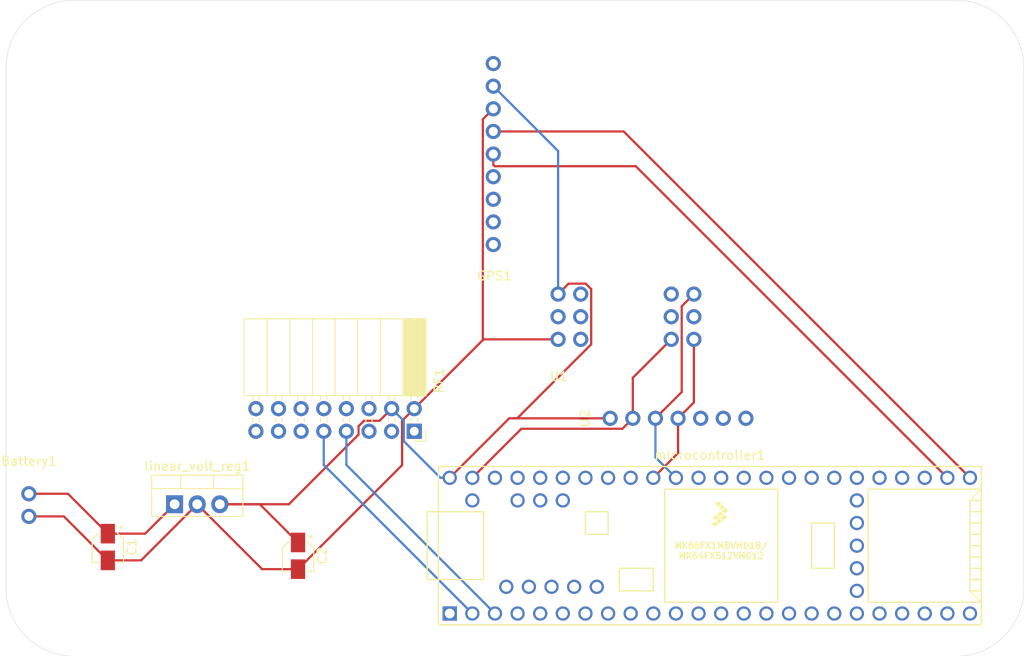
<source format=kicad_pcb>
(kicad_pcb (version 20171130) (host pcbnew "(5.1.9-0-10_14)")

  (general
    (thickness 1.6)
    (drawings 8)
    (tracks 65)
    (zones 0)
    (modules 9)
    (nets 87)
  )

  (page A4)
  (layers
    (0 F.Cu signal)
    (31 B.Cu signal)
    (32 B.Adhes user)
    (33 F.Adhes user)
    (34 B.Paste user)
    (35 F.Paste user)
    (36 B.SilkS user)
    (37 F.SilkS user)
    (38 B.Mask user)
    (39 F.Mask user)
    (40 Dwgs.User user)
    (41 Cmts.User user)
    (42 Eco1.User user)
    (43 Eco2.User user)
    (44 Edge.Cuts user)
    (45 Margin user)
    (46 B.CrtYd user)
    (47 F.CrtYd user)
    (48 B.Fab user)
    (49 F.Fab user)
  )

  (setup
    (last_trace_width 0.25)
    (trace_clearance 0.2)
    (zone_clearance 0.508)
    (zone_45_only no)
    (trace_min 0.2)
    (via_size 0.8)
    (via_drill 0.4)
    (via_min_size 0.4)
    (via_min_drill 0.3)
    (uvia_size 0.3)
    (uvia_drill 0.1)
    (uvias_allowed no)
    (uvia_min_size 0.2)
    (uvia_min_drill 0.1)
    (edge_width 0.05)
    (segment_width 0.2)
    (pcb_text_width 0.3)
    (pcb_text_size 1.5 1.5)
    (mod_edge_width 0.12)
    (mod_text_size 1 1)
    (mod_text_width 0.15)
    (pad_size 1.524 1.524)
    (pad_drill 0.762)
    (pad_to_mask_clearance 0)
    (aux_axis_origin 0 0)
    (visible_elements FFFFFF7F)
    (pcbplotparams
      (layerselection 0x010fc_ffffffff)
      (usegerberextensions false)
      (usegerberattributes true)
      (usegerberadvancedattributes true)
      (creategerberjobfile true)
      (excludeedgelayer true)
      (linewidth 0.100000)
      (plotframeref false)
      (viasonmask false)
      (mode 1)
      (useauxorigin false)
      (hpglpennumber 1)
      (hpglpenspeed 20)
      (hpglpendiameter 15.000000)
      (psnegative false)
      (psa4output false)
      (plotreference true)
      (plotvalue true)
      (plotinvisibletext false)
      (padsonsilk false)
      (subtractmaskfromsilk false)
      (outputformat 1)
      (mirror false)
      (drillshape 1)
      (scaleselection 1)
      (outputdirectory ""))
  )

  (net 0 "")
  (net 1 "Net-(Battery1-Pad2)")
  (net 2 "Net-(Battery1-Pad1)")
  (net 3 "Net-(C2-Pad1)")
  (net 4 "Net-(GPS1-Pad1)")
  (net 5 "Net-(GPS1-Pad2)")
  (net 6 "Net-(GPS1-Pad4)")
  (net 7 "Net-(GPS1-Pad3)")
  (net 8 "Net-(GPS1-Pad6)")
  (net 9 "Net-(GPS1-Pad5)")
  (net 10 "Net-(GPS1-Pad9)")
  (net 11 "Net-(microcontroller1-Pad17)")
  (net 12 "Net-(microcontroller1-Pad18)")
  (net 13 "Net-(microcontroller1-Pad19)")
  (net 14 "Net-(microcontroller1-Pad20)")
  (net 15 "Net-(microcontroller1-Pad16)")
  (net 16 "Net-(microcontroller1-Pad15)")
  (net 17 "Net-(microcontroller1-Pad14)")
  (net 18 "Net-(microcontroller1-Pad21)")
  (net 19 "Net-(microcontroller1-Pad22)")
  (net 20 "Net-(microcontroller1-Pad23)")
  (net 21 "Net-(microcontroller1-Pad24)")
  (net 22 "Net-(microcontroller1-Pad25)")
  (net 23 "Net-(microcontroller1-Pad26)")
  (net 24 "Net-(microcontroller1-Pad27)")
  (net 25 "Net-(microcontroller1-Pad28)")
  (net 26 "Net-(microcontroller1-Pad29)")
  (net 27 "Net-(microcontroller1-Pad32)")
  (net 28 "Net-(microcontroller1-Pad33)")
  (net 29 "Net-(microcontroller1-Pad34)")
  (net 30 "Net-(microcontroller1-Pad35)")
  (net 31 "Net-(microcontroller1-Pad36)")
  (net 32 "Net-(microcontroller1-Pad37)")
  (net 33 "Net-(microcontroller1-Pad13)")
  (net 34 "Net-(microcontroller1-Pad12)")
  (net 35 "Net-(microcontroller1-Pad11)")
  (net 36 "Net-(U1-Pad4)")
  (net 37 "Net-(U1-Pad2)")
  (net 38 "Net-(microcontroller1-Pad8)")
  (net 39 "Net-(microcontroller1-Pad7)")
  (net 40 "Net-(microcontroller1-Pad6)")
  (net 41 "Net-(microcontroller1-Pad5)")
  (net 42 "Net-(microcontroller1-Pad4)")
  (net 43 "Net-(RF1-Pad7)")
  (net 44 "Net-(RF1-Pad9)")
  (net 45 "Net-(microcontroller1-Pad1)")
  (net 46 "Net-(microcontroller1-Pad38)")
  (net 47 "Net-(microcontroller1-Pad39)")
  (net 48 "Net-(microcontroller1-Pad40)")
  (net 49 "Net-(microcontroller1-Pad41)")
  (net 50 "Net-(microcontroller1-Pad42)")
  (net 51 "Net-(U1-Pad8)")
  (net 52 "Net-(U1-Pad12)")
  (net 53 "Net-(microcontroller1-Pad45)")
  (net 54 "Net-(microcontroller1-Pad46)")
  (net 55 "Net-(microcontroller1-Pad47)")
  (net 56 "Net-(microcontroller1-Pad48)")
  (net 57 "Net-(microcontroller1-Pad49)")
  (net 58 "Net-(microcontroller1-Pad50)")
  (net 59 "Net-(microcontroller1-Pad51)")
  (net 60 "Net-(microcontroller1-Pad54)")
  (net 61 "Net-(microcontroller1-Pad55)")
  (net 62 "Net-(microcontroller1-Pad56)")
  (net 63 "Net-(microcontroller1-Pad57)")
  (net 64 "Net-(RF1-Pad1)")
  (net 65 "Net-(RF1-Pad3)")
  (net 66 "Net-(RF1-Pad5)")
  (net 67 "Net-(RF1-Pad6)")
  (net 68 "Net-(RF1-Pad8)")
  (net 69 "Net-(RF1-Pad10)")
  (net 70 "Net-(RF1-Pad11)")
  (net 71 "Net-(RF1-Pad12)")
  (net 72 "Net-(RF1-Pad13)")
  (net 73 "Net-(RF1-Pad14)")
  (net 74 "Net-(RF1-Pad15)")
  (net 75 "Net-(RF1-Pad16)")
  (net 76 "Net-(U1-Pad3)")
  (net 77 "Net-(U1-Pad11)")
  (net 78 "Net-(U1-Pad10)")
  (net 79 "Net-(U1-Pad13)")
  (net 80 "Net-(U1-Pad14)")
  (net 81 "Net-(U2-Pad7)")
  (net 82 "Net-(U2-Pad5)")
  (net 83 "Net-(U2-Pad6)")
  (net 84 "Net-(microcontroller1-Pad10)")
  (net 85 "Net-(microcontroller1-Pad9)")
  (net 86 "Net-(U1-Pad1)")

  (net_class Default "This is the default net class."
    (clearance 0.2)
    (trace_width 0.25)
    (via_dia 0.8)
    (via_drill 0.4)
    (uvia_dia 0.3)
    (uvia_drill 0.1)
    (add_net "Net-(Battery1-Pad1)")
    (add_net "Net-(Battery1-Pad2)")
    (add_net "Net-(C2-Pad1)")
    (add_net "Net-(GPS1-Pad1)")
    (add_net "Net-(GPS1-Pad2)")
    (add_net "Net-(GPS1-Pad3)")
    (add_net "Net-(GPS1-Pad4)")
    (add_net "Net-(GPS1-Pad5)")
    (add_net "Net-(GPS1-Pad6)")
    (add_net "Net-(GPS1-Pad9)")
    (add_net "Net-(RF1-Pad1)")
    (add_net "Net-(RF1-Pad10)")
    (add_net "Net-(RF1-Pad11)")
    (add_net "Net-(RF1-Pad12)")
    (add_net "Net-(RF1-Pad13)")
    (add_net "Net-(RF1-Pad14)")
    (add_net "Net-(RF1-Pad15)")
    (add_net "Net-(RF1-Pad16)")
    (add_net "Net-(RF1-Pad3)")
    (add_net "Net-(RF1-Pad5)")
    (add_net "Net-(RF1-Pad6)")
    (add_net "Net-(RF1-Pad7)")
    (add_net "Net-(RF1-Pad8)")
    (add_net "Net-(RF1-Pad9)")
    (add_net "Net-(U1-Pad1)")
    (add_net "Net-(U1-Pad10)")
    (add_net "Net-(U1-Pad11)")
    (add_net "Net-(U1-Pad12)")
    (add_net "Net-(U1-Pad13)")
    (add_net "Net-(U1-Pad14)")
    (add_net "Net-(U1-Pad2)")
    (add_net "Net-(U1-Pad3)")
    (add_net "Net-(U1-Pad4)")
    (add_net "Net-(U1-Pad8)")
    (add_net "Net-(U2-Pad5)")
    (add_net "Net-(U2-Pad6)")
    (add_net "Net-(U2-Pad7)")
    (add_net "Net-(microcontroller1-Pad1)")
    (add_net "Net-(microcontroller1-Pad10)")
    (add_net "Net-(microcontroller1-Pad11)")
    (add_net "Net-(microcontroller1-Pad12)")
    (add_net "Net-(microcontroller1-Pad13)")
    (add_net "Net-(microcontroller1-Pad14)")
    (add_net "Net-(microcontroller1-Pad15)")
    (add_net "Net-(microcontroller1-Pad16)")
    (add_net "Net-(microcontroller1-Pad17)")
    (add_net "Net-(microcontroller1-Pad18)")
    (add_net "Net-(microcontroller1-Pad19)")
    (add_net "Net-(microcontroller1-Pad20)")
    (add_net "Net-(microcontroller1-Pad21)")
    (add_net "Net-(microcontroller1-Pad22)")
    (add_net "Net-(microcontroller1-Pad23)")
    (add_net "Net-(microcontroller1-Pad24)")
    (add_net "Net-(microcontroller1-Pad25)")
    (add_net "Net-(microcontroller1-Pad26)")
    (add_net "Net-(microcontroller1-Pad27)")
    (add_net "Net-(microcontroller1-Pad28)")
    (add_net "Net-(microcontroller1-Pad29)")
    (add_net "Net-(microcontroller1-Pad32)")
    (add_net "Net-(microcontroller1-Pad33)")
    (add_net "Net-(microcontroller1-Pad34)")
    (add_net "Net-(microcontroller1-Pad35)")
    (add_net "Net-(microcontroller1-Pad36)")
    (add_net "Net-(microcontroller1-Pad37)")
    (add_net "Net-(microcontroller1-Pad38)")
    (add_net "Net-(microcontroller1-Pad39)")
    (add_net "Net-(microcontroller1-Pad4)")
    (add_net "Net-(microcontroller1-Pad40)")
    (add_net "Net-(microcontroller1-Pad41)")
    (add_net "Net-(microcontroller1-Pad42)")
    (add_net "Net-(microcontroller1-Pad45)")
    (add_net "Net-(microcontroller1-Pad46)")
    (add_net "Net-(microcontroller1-Pad47)")
    (add_net "Net-(microcontroller1-Pad48)")
    (add_net "Net-(microcontroller1-Pad49)")
    (add_net "Net-(microcontroller1-Pad5)")
    (add_net "Net-(microcontroller1-Pad50)")
    (add_net "Net-(microcontroller1-Pad51)")
    (add_net "Net-(microcontroller1-Pad54)")
    (add_net "Net-(microcontroller1-Pad55)")
    (add_net "Net-(microcontroller1-Pad56)")
    (add_net "Net-(microcontroller1-Pad57)")
    (add_net "Net-(microcontroller1-Pad6)")
    (add_net "Net-(microcontroller1-Pad7)")
    (add_net "Net-(microcontroller1-Pad8)")
    (add_net "Net-(microcontroller1-Pad9)")
  )

  (module "Mounting Holes:ADXLZ" (layer F.Cu) (tedit 60B8BC40) (tstamp 60B92F50)
    (at 189 109.2)
    (path /60B8F0A7)
    (fp_text reference U1 (at 0.08 4.17) (layer F.SilkS)
      (effects (font (size 1 1) (thickness 0.15)))
    )
    (fp_text value ADXL357z (at 0.08 3.17) (layer F.Fab)
      (effects (font (size 1 1) (thickness 0.15)))
    )
    (pad 3 thru_hole circle (at 15.248 0) (size 1.7 1.7) (drill 1.02) (layers *.Cu *.Mask)
      (net 76 "Net-(U1-Pad3)"))
    (pad 13 thru_hole circle (at 2.54 -2.54) (size 1.7 1.7) (drill 1.02) (layers *.Cu *.Mask)
      (net 79 "Net-(U1-Pad13)"))
    (pad 14 thru_hole circle (at 2.54 0) (size 1.7 1.7) (drill 1.02) (layers *.Cu *.Mask)
      (net 80 "Net-(U1-Pad14)"))
    (pad 2 thru_hole circle (at 15.248 -2.54) (size 1.7 1.7) (drill 1.02) (layers *.Cu *.Mask)
      (net 37 "Net-(U1-Pad2)"))
    (pad 1 thru_hole circle (at 15.248 -5.08) (size 1.7 1.7) (drill 1.02) (layers *.Cu *.Mask)
      (net 86 "Net-(U1-Pad1)"))
    (pad 12 thru_hole circle (at 2.54 -5.08) (size 1.7 1.7) (drill 1.02) (layers *.Cu *.Mask)
      (net 52 "Net-(U1-Pad12)"))
    (pad 5 thru_hole circle (at 0 -5.08) (size 1.7 1.7) (drill 1.02) (layers *.Cu *.Mask)
      (net 3 "Net-(C2-Pad1)"))
    (pad 11 thru_hole circle (at 0 -2.54) (size 1.7 1.7) (drill 1.02) (layers *.Cu *.Mask)
      (net 77 "Net-(U1-Pad11)"))
    (pad 4 thru_hole circle (at 12.708 0) (size 1.7 1.7) (drill 1.02) (layers *.Cu *.Mask)
      (net 36 "Net-(U1-Pad4)"))
    (pad 6 thru_hole circle (at 0 0) (size 1.7 1.7) (drill 1.02) (layers *.Cu *.Mask)
      (net 1 "Net-(Battery1-Pad2)"))
    (pad 10 thru_hole circle (at 12.708 -5.08) (size 1.7 1.7) (drill 1.02) (layers *.Cu *.Mask)
      (net 78 "Net-(U1-Pad10)"))
    (pad 8 thru_hole circle (at 12.708 -2.54) (size 1.7 1.7) (drill 1.02) (layers *.Cu *.Mask)
      (net 51 "Net-(U1-Pad8)"))
  )

  (module "Mounting Holes:1x02" (layer F.Cu) (tedit 60A0F509) (tstamp 60AFEC4D)
    (at 129.57556 123.37034 180)
    (path /60317B3E)
    (fp_text reference Battery1 (at 0 0.5) (layer F.SilkS)
      (effects (font (size 1 1) (thickness 0.15)))
    )
    (fp_text value 9V (at 0 -0.5) (layer F.Fab)
      (effects (font (size 1 1) (thickness 0.15)))
    )
    (pad 2 thru_hole circle (at 0 -5.71 180) (size 1.7 1.7) (drill 1.02) (layers *.Cu *.Mask)
      (net 1 "Net-(Battery1-Pad2)"))
    (pad 1 thru_hole circle (at 0 -3.17 180) (size 1.7 1.7) (drill 1.02) (layers *.Cu *.Mask)
      (net 2 "Net-(Battery1-Pad1)"))
  )

  (module Capacitor_SMD:CP_Elec_3x5.3 (layer F.Cu) (tedit 5B303299) (tstamp 60AFEC71)
    (at 138.44016 132.51942 270)
    (descr "SMT capacitor, aluminium electrolytic, 3x5.3, Cornell Dubilier Electronics ")
    (tags "Capacitor Electrolytic")
    (path /6023258A)
    (attr smd)
    (fp_text reference C1 (at 0 -2.7 90) (layer F.SilkS)
      (effects (font (size 1 1) (thickness 0.15)))
    )
    (fp_text value 0.33uF (at 0 2.7 90) (layer F.Fab)
      (effects (font (size 1 1) (thickness 0.15)))
    )
    (fp_line (start -2.85 1.05) (end -1.78 1.05) (layer F.CrtYd) (width 0.05))
    (fp_line (start -2.85 -1.05) (end -2.85 1.05) (layer F.CrtYd) (width 0.05))
    (fp_line (start -1.78 -1.05) (end -2.85 -1.05) (layer F.CrtYd) (width 0.05))
    (fp_line (start -1.78 -1.05) (end -0.93 -1.9) (layer F.CrtYd) (width 0.05))
    (fp_line (start -1.78 1.05) (end -0.93 1.9) (layer F.CrtYd) (width 0.05))
    (fp_line (start -0.93 -1.9) (end 1.9 -1.9) (layer F.CrtYd) (width 0.05))
    (fp_line (start -0.93 1.9) (end 1.9 1.9) (layer F.CrtYd) (width 0.05))
    (fp_line (start 1.9 1.05) (end 1.9 1.9) (layer F.CrtYd) (width 0.05))
    (fp_line (start 2.85 1.05) (end 1.9 1.05) (layer F.CrtYd) (width 0.05))
    (fp_line (start 2.85 -1.05) (end 2.85 1.05) (layer F.CrtYd) (width 0.05))
    (fp_line (start 1.9 -1.05) (end 2.85 -1.05) (layer F.CrtYd) (width 0.05))
    (fp_line (start 1.9 -1.9) (end 1.9 -1.05) (layer F.CrtYd) (width 0.05))
    (fp_line (start -2.1875 -1.6225) (end -2.1875 -1.2475) (layer F.SilkS) (width 0.12))
    (fp_line (start -2.375 -1.435) (end -2 -1.435) (layer F.SilkS) (width 0.12))
    (fp_line (start -1.570563 1.06) (end -0.870563 1.76) (layer F.SilkS) (width 0.12))
    (fp_line (start -1.570563 -1.06) (end -0.870563 -1.76) (layer F.SilkS) (width 0.12))
    (fp_line (start -0.870563 1.76) (end 1.76 1.76) (layer F.SilkS) (width 0.12))
    (fp_line (start -0.870563 -1.76) (end 1.76 -1.76) (layer F.SilkS) (width 0.12))
    (fp_line (start 1.76 -1.76) (end 1.76 -1.06) (layer F.SilkS) (width 0.12))
    (fp_line (start 1.76 1.76) (end 1.76 1.06) (layer F.SilkS) (width 0.12))
    (fp_line (start -0.960469 -0.95) (end -0.960469 -0.65) (layer F.Fab) (width 0.1))
    (fp_line (start -1.110469 -0.8) (end -0.810469 -0.8) (layer F.Fab) (width 0.1))
    (fp_line (start -1.65 0.825) (end -0.825 1.65) (layer F.Fab) (width 0.1))
    (fp_line (start -1.65 -0.825) (end -0.825 -1.65) (layer F.Fab) (width 0.1))
    (fp_line (start -1.65 -0.825) (end -1.65 0.825) (layer F.Fab) (width 0.1))
    (fp_line (start -0.825 1.65) (end 1.65 1.65) (layer F.Fab) (width 0.1))
    (fp_line (start -0.825 -1.65) (end 1.65 -1.65) (layer F.Fab) (width 0.1))
    (fp_line (start 1.65 -1.65) (end 1.65 1.65) (layer F.Fab) (width 0.1))
    (fp_circle (center 0 0) (end 1.5 0) (layer F.Fab) (width 0.1))
    (fp_text user %R (at 0 0 90) (layer F.Fab)
      (effects (font (size 0.6 0.6) (thickness 0.09)))
    )
    (pad 2 smd rect (at 1.5 0 270) (size 2.2 1.6) (layers F.Cu F.Paste F.Mask)
      (net 1 "Net-(Battery1-Pad2)"))
    (pad 1 smd rect (at -1.5 0 270) (size 2.2 1.6) (layers F.Cu F.Paste F.Mask)
      (net 2 "Net-(Battery1-Pad1)"))
    (model ${KISYS3DMOD}/Capacitor_SMD.3dshapes/CP_Elec_3x5.3.wrl
      (at (xyz 0 0 0))
      (scale (xyz 1 1 1))
      (rotate (xyz 0 0 0))
    )
  )

  (module Capacitor_SMD:CP_Elec_3x5.3 (layer F.Cu) (tedit 5B303299) (tstamp 60AFEC95)
    (at 159.79902 133.50748 270)
    (descr "SMT capacitor, aluminium electrolytic, 3x5.3, Cornell Dubilier Electronics ")
    (tags "Capacitor Electrolytic")
    (path /6028C494)
    (attr smd)
    (fp_text reference C2 (at 0 -2.7 90) (layer F.SilkS)
      (effects (font (size 1 1) (thickness 0.15)))
    )
    (fp_text value 0.1uF (at 0 2.7 90) (layer F.Fab)
      (effects (font (size 1 1) (thickness 0.15)))
    )
    (fp_circle (center 0 0) (end 1.5 0) (layer F.Fab) (width 0.1))
    (fp_line (start 1.65 -1.65) (end 1.65 1.65) (layer F.Fab) (width 0.1))
    (fp_line (start -0.825 -1.65) (end 1.65 -1.65) (layer F.Fab) (width 0.1))
    (fp_line (start -0.825 1.65) (end 1.65 1.65) (layer F.Fab) (width 0.1))
    (fp_line (start -1.65 -0.825) (end -1.65 0.825) (layer F.Fab) (width 0.1))
    (fp_line (start -1.65 -0.825) (end -0.825 -1.65) (layer F.Fab) (width 0.1))
    (fp_line (start -1.65 0.825) (end -0.825 1.65) (layer F.Fab) (width 0.1))
    (fp_line (start -1.110469 -0.8) (end -0.810469 -0.8) (layer F.Fab) (width 0.1))
    (fp_line (start -0.960469 -0.95) (end -0.960469 -0.65) (layer F.Fab) (width 0.1))
    (fp_line (start 1.76 1.76) (end 1.76 1.06) (layer F.SilkS) (width 0.12))
    (fp_line (start 1.76 -1.76) (end 1.76 -1.06) (layer F.SilkS) (width 0.12))
    (fp_line (start -0.870563 -1.76) (end 1.76 -1.76) (layer F.SilkS) (width 0.12))
    (fp_line (start -0.870563 1.76) (end 1.76 1.76) (layer F.SilkS) (width 0.12))
    (fp_line (start -1.570563 -1.06) (end -0.870563 -1.76) (layer F.SilkS) (width 0.12))
    (fp_line (start -1.570563 1.06) (end -0.870563 1.76) (layer F.SilkS) (width 0.12))
    (fp_line (start -2.375 -1.435) (end -2 -1.435) (layer F.SilkS) (width 0.12))
    (fp_line (start -2.1875 -1.6225) (end -2.1875 -1.2475) (layer F.SilkS) (width 0.12))
    (fp_line (start 1.9 -1.9) (end 1.9 -1.05) (layer F.CrtYd) (width 0.05))
    (fp_line (start 1.9 -1.05) (end 2.85 -1.05) (layer F.CrtYd) (width 0.05))
    (fp_line (start 2.85 -1.05) (end 2.85 1.05) (layer F.CrtYd) (width 0.05))
    (fp_line (start 2.85 1.05) (end 1.9 1.05) (layer F.CrtYd) (width 0.05))
    (fp_line (start 1.9 1.05) (end 1.9 1.9) (layer F.CrtYd) (width 0.05))
    (fp_line (start -0.93 1.9) (end 1.9 1.9) (layer F.CrtYd) (width 0.05))
    (fp_line (start -0.93 -1.9) (end 1.9 -1.9) (layer F.CrtYd) (width 0.05))
    (fp_line (start -1.78 1.05) (end -0.93 1.9) (layer F.CrtYd) (width 0.05))
    (fp_line (start -1.78 -1.05) (end -0.93 -1.9) (layer F.CrtYd) (width 0.05))
    (fp_line (start -1.78 -1.05) (end -2.85 -1.05) (layer F.CrtYd) (width 0.05))
    (fp_line (start -2.85 -1.05) (end -2.85 1.05) (layer F.CrtYd) (width 0.05))
    (fp_line (start -2.85 1.05) (end -1.78 1.05) (layer F.CrtYd) (width 0.05))
    (fp_text user %R (at 0 0 90) (layer F.Fab)
      (effects (font (size 0.6 0.6) (thickness 0.09)))
    )
    (pad 1 smd rect (at -1.5 0 270) (size 2.2 1.6) (layers F.Cu F.Paste F.Mask)
      (net 3 "Net-(C2-Pad1)"))
    (pad 2 smd rect (at 1.5 0 270) (size 2.2 1.6) (layers F.Cu F.Paste F.Mask)
      (net 1 "Net-(Battery1-Pad2)"))
    (model ${KISYS3DMOD}/Capacitor_SMD.3dshapes/CP_Elec_3x5.3.wrl
      (at (xyz 0 0 0))
      (scale (xyz 1 1 1))
      (rotate (xyz 0 0 0))
    )
  )

  (module "Mounting Holes:1x09" (layer F.Cu) (tedit 609EE580) (tstamp 60AFECA2)
    (at 181.7243 98.55454)
    (path /6025C995)
    (fp_text reference GPS1 (at 0.12 3.52) (layer F.SilkS)
      (effects (font (size 1 1) (thickness 0.15)))
    )
    (fp_text value AULT_GPS (at 0 2.31) (layer F.Fab)
      (effects (font (size 1 1) (thickness 0.15)))
    )
    (pad 1 thru_hole circle (at 0 0) (size 1.7 1.7) (drill 1.02) (layers *.Cu *.Mask)
      (net 4 "Net-(GPS1-Pad1)"))
    (pad 2 thru_hole circle (at 0 -2.54) (size 1.7 1.7) (drill 1.02) (layers *.Cu *.Mask)
      (net 5 "Net-(GPS1-Pad2)"))
    (pad 4 thru_hole circle (at 0 -7.62) (size 1.7 1.7) (drill 1.02) (layers *.Cu *.Mask)
      (net 6 "Net-(GPS1-Pad4)"))
    (pad 3 thru_hole circle (at 0 -5.08) (size 1.7 1.7) (drill 1.02) (layers *.Cu *.Mask)
      (net 7 "Net-(GPS1-Pad3)"))
    (pad 8 thru_hole circle (at 0 -17.78) (size 1.7 1.7) (drill 1.02) (layers *.Cu *.Mask)
      (net 3 "Net-(C2-Pad1)"))
    (pad 7 thru_hole circle (at 0 -15.24) (size 1.7 1.7) (drill 1.02) (layers *.Cu *.Mask)
      (net 1 "Net-(Battery1-Pad2)"))
    (pad 6 thru_hole circle (at 0 -12.7) (size 1.7 1.7) (drill 1.02) (layers *.Cu *.Mask)
      (net 8 "Net-(GPS1-Pad6)"))
    (pad 5 thru_hole circle (at 0 -10.16) (size 1.7 1.7) (drill 1.02) (layers *.Cu *.Mask)
      (net 9 "Net-(GPS1-Pad5)"))
    (pad 9 thru_hole circle (at 0 -20.32) (size 1.7 1.7) (drill 1.02) (layers *.Cu *.Mask)
      (net 10 "Net-(GPS1-Pad9)"))
  )

  (module Package_TO_SOT_THT:TO-220-3_Vertical (layer F.Cu) (tedit 5AC8BA0D) (tstamp 60AFECBC)
    (at 145.9357 127.71628)
    (descr "TO-220-3, Vertical, RM 2.54mm, see https://www.vishay.com/docs/66542/to-220-1.pdf")
    (tags "TO-220-3 Vertical RM 2.54mm")
    (path /6024F7BB)
    (fp_text reference linear_volt_reg1 (at 2.54 -4.27) (layer F.SilkS)
      (effects (font (size 1 1) (thickness 0.15)))
    )
    (fp_text value LM7805_TO220 (at 2.54 2.5) (layer F.Fab)
      (effects (font (size 1 1) (thickness 0.15)))
    )
    (fp_line (start -2.46 -3.15) (end -2.46 1.25) (layer F.Fab) (width 0.1))
    (fp_line (start -2.46 1.25) (end 7.54 1.25) (layer F.Fab) (width 0.1))
    (fp_line (start 7.54 1.25) (end 7.54 -3.15) (layer F.Fab) (width 0.1))
    (fp_line (start 7.54 -3.15) (end -2.46 -3.15) (layer F.Fab) (width 0.1))
    (fp_line (start -2.46 -1.88) (end 7.54 -1.88) (layer F.Fab) (width 0.1))
    (fp_line (start 0.69 -3.15) (end 0.69 -1.88) (layer F.Fab) (width 0.1))
    (fp_line (start 4.39 -3.15) (end 4.39 -1.88) (layer F.Fab) (width 0.1))
    (fp_line (start -2.58 -3.27) (end 7.66 -3.27) (layer F.SilkS) (width 0.12))
    (fp_line (start -2.58 1.371) (end 7.66 1.371) (layer F.SilkS) (width 0.12))
    (fp_line (start -2.58 -3.27) (end -2.58 1.371) (layer F.SilkS) (width 0.12))
    (fp_line (start 7.66 -3.27) (end 7.66 1.371) (layer F.SilkS) (width 0.12))
    (fp_line (start -2.58 -1.76) (end 7.66 -1.76) (layer F.SilkS) (width 0.12))
    (fp_line (start 0.69 -3.27) (end 0.69 -1.76) (layer F.SilkS) (width 0.12))
    (fp_line (start 4.391 -3.27) (end 4.391 -1.76) (layer F.SilkS) (width 0.12))
    (fp_line (start -2.71 -3.4) (end -2.71 1.51) (layer F.CrtYd) (width 0.05))
    (fp_line (start -2.71 1.51) (end 7.79 1.51) (layer F.CrtYd) (width 0.05))
    (fp_line (start 7.79 1.51) (end 7.79 -3.4) (layer F.CrtYd) (width 0.05))
    (fp_line (start 7.79 -3.4) (end -2.71 -3.4) (layer F.CrtYd) (width 0.05))
    (fp_text user %R (at 2.54 -4.27) (layer F.Fab)
      (effects (font (size 1 1) (thickness 0.15)))
    )
    (pad 1 thru_hole rect (at 0 0) (size 1.905 2) (drill 1.1) (layers *.Cu *.Mask)
      (net 2 "Net-(Battery1-Pad1)"))
    (pad 2 thru_hole oval (at 2.54 0) (size 1.905 2) (drill 1.1) (layers *.Cu *.Mask)
      (net 1 "Net-(Battery1-Pad2)"))
    (pad 3 thru_hole oval (at 5.08 0) (size 1.905 2) (drill 1.1) (layers *.Cu *.Mask)
      (net 3 "Net-(C2-Pad1)"))
    (model ${KISYS3DMOD}/Package_TO_SOT_THT.3dshapes/TO-220-3_Vertical.wrl
      (at (xyz 0 0 0))
      (scale (xyz 1 1 1))
      (rotate (xyz 0 0 0))
    )
  )

  (module "Teensy Microcontrollers:Teensy35_36" (layer F.Cu) (tedit 5ED51FDE) (tstamp 60AFED31)
    (at 206.04226 132.36702)
    (path /60257C60)
    (fp_text reference microcontroller1 (at 0 -10.16) (layer F.SilkS)
      (effects (font (size 1 1) (thickness 0.15)))
    )
    (fp_text value Teensy3.6 (at 0 10.16) (layer F.Fab)
      (effects (font (size 1 1) (thickness 0.15)))
    )
    (fp_poly (pts (xy 1.27 -3.81) (xy 1.524 -3.556) (xy 1.143 -3.302) (xy 0.889 -3.556)) (layer F.SilkS) (width 0.1))
    (fp_poly (pts (xy 1.397 -4.572) (xy 1.651 -4.318) (xy 1.27 -4.064) (xy 1.016 -4.318)) (layer F.SilkS) (width 0.1))
    (fp_poly (pts (xy 1.651 -3.429) (xy 1.905 -3.175) (xy 1.524 -2.921) (xy 1.27 -3.175)) (layer F.SilkS) (width 0.1))
    (fp_poly (pts (xy 1.143 -3.048) (xy 1.397 -2.794) (xy 1.016 -2.54) (xy 0.762 -2.794)) (layer F.SilkS) (width 0.1))
    (fp_poly (pts (xy 1.778 -4.191) (xy 2.032 -3.937) (xy 1.651 -3.683) (xy 1.397 -3.937)) (layer F.SilkS) (width 0.1))
    (fp_poly (pts (xy 0.635 -2.667) (xy 0.889 -2.413) (xy 0.508 -2.159) (xy 0.254 -2.413)) (layer F.SilkS) (width 0.1))
    (fp_poly (pts (xy 0.762 -3.429) (xy 1.016 -3.175) (xy 0.635 -2.921) (xy 0.381 -3.175)) (layer F.SilkS) (width 0.1))
    (fp_poly (pts (xy 1.016 -4.953) (xy 1.27 -4.699) (xy 0.889 -4.445) (xy 0.635 -4.699)) (layer F.SilkS) (width 0.1))
    (fp_line (start -30.48 8.89) (end -30.48 -8.89) (layer F.SilkS) (width 0.15))
    (fp_line (start 30.48 -8.89) (end 30.48 8.89) (layer F.SilkS) (width 0.15))
    (fp_line (start 11.43 -2.54) (end 13.97 -2.54) (layer F.SilkS) (width 0.15))
    (fp_line (start 11.43 2.54) (end 11.43 -2.54) (layer F.SilkS) (width 0.15))
    (fp_line (start 13.97 2.54) (end 11.43 2.54) (layer F.SilkS) (width 0.15))
    (fp_line (start 13.97 -2.54) (end 13.97 2.54) (layer F.SilkS) (width 0.15))
    (fp_line (start -25.4 3.81) (end -30.48 3.81) (layer F.SilkS) (width 0.15))
    (fp_line (start -25.4 -3.81) (end -30.48 -3.81) (layer F.SilkS) (width 0.15))
    (fp_line (start -25.4 3.81) (end -25.4 -3.81) (layer F.SilkS) (width 0.15))
    (fp_line (start -31.75 -3.81) (end -30.48 -3.81) (layer F.SilkS) (width 0.15))
    (fp_line (start -31.75 3.81) (end -31.75 -3.81) (layer F.SilkS) (width 0.15))
    (fp_line (start -30.48 3.81) (end -31.75 3.81) (layer F.SilkS) (width 0.15))
    (fp_line (start -30.48 8.89) (end 30.48 8.89) (layer F.SilkS) (width 0.15))
    (fp_line (start 30.48 -8.89) (end -30.48 -8.89) (layer F.SilkS) (width 0.15))
    (fp_line (start 17.78 6.35) (end 30.48 6.35) (layer F.SilkS) (width 0.15))
    (fp_line (start 17.78 -6.35) (end 17.78 6.35) (layer F.SilkS) (width 0.15))
    (fp_line (start 30.48 -6.35) (end 17.78 -6.35) (layer F.SilkS) (width 0.15))
    (fp_line (start 29.21 -5.08) (end 30.48 -6.35) (layer F.SilkS) (width 0.15))
    (fp_line (start 29.21 5.08) (end 29.21 -5.08) (layer F.SilkS) (width 0.15))
    (fp_line (start 30.48 6.35) (end 29.21 5.08) (layer F.SilkS) (width 0.15))
    (fp_line (start 29.21 -5.08) (end 30.48 -5.08) (layer F.SilkS) (width 0.15))
    (fp_line (start 29.21 -3.81) (end 30.48 -3.81) (layer F.SilkS) (width 0.15))
    (fp_line (start 29.21 -2.54) (end 30.48 -2.54) (layer F.SilkS) (width 0.15))
    (fp_line (start 29.21 -1.27) (end 30.48 -1.27) (layer F.SilkS) (width 0.15))
    (fp_line (start 29.21 0) (end 30.48 0) (layer F.SilkS) (width 0.15))
    (fp_line (start 29.21 1.27) (end 30.48 1.27) (layer F.SilkS) (width 0.15))
    (fp_line (start 29.21 2.54) (end 30.48 2.54) (layer F.SilkS) (width 0.15))
    (fp_line (start 29.21 3.81) (end 30.48 3.81) (layer F.SilkS) (width 0.15))
    (fp_line (start 29.21 5.08) (end 30.48 5.08) (layer F.SilkS) (width 0.15))
    (fp_line (start -5.08 -6.35) (end 7.62 -6.35) (layer F.SilkS) (width 0.15))
    (fp_line (start -5.08 6.35) (end 7.62 6.35) (layer F.SilkS) (width 0.15))
    (fp_line (start -5.08 -6.35) (end -5.08 6.35) (layer F.SilkS) (width 0.15))
    (fp_line (start 7.62 6.35) (end 7.62 -6.35) (layer F.SilkS) (width 0.15))
    (fp_line (start -6.35 2.54) (end -6.35 5.08) (layer F.SilkS) (width 0.15))
    (fp_line (start -10.16 2.54) (end -6.35 2.54) (layer F.SilkS) (width 0.15))
    (fp_line (start -10.16 5.08) (end -10.16 2.54) (layer F.SilkS) (width 0.15))
    (fp_line (start -6.35 5.08) (end -10.16 5.08) (layer F.SilkS) (width 0.15))
    (fp_line (start -11.43 -3.81) (end -13.97 -3.81) (layer F.SilkS) (width 0.15))
    (fp_line (start -11.43 -1.27) (end -11.43 -3.81) (layer F.SilkS) (width 0.15))
    (fp_line (start -13.97 -1.27) (end -11.43 -1.27) (layer F.SilkS) (width 0.15))
    (fp_line (start -13.97 -3.81) (end -13.97 -1.27) (layer F.SilkS) (width 0.15))
    (fp_text user MK66FX1MBVMD18/ (at 1.27 0) (layer F.SilkS)
      (effects (font (size 0.7 0.7) (thickness 0.15)))
    )
    (fp_text user MK64FX512VMD12 (at 1.27 1.143) (layer F.SilkS)
      (effects (font (size 0.7 0.7) (thickness 0.15)))
    )
    (pad 17 thru_hole circle (at 11.43 7.62) (size 1.6 1.6) (drill 1.1) (layers *.Cu *.Mask)
      (net 11 "Net-(microcontroller1-Pad17)"))
    (pad 18 thru_hole circle (at 13.97 7.62) (size 1.6 1.6) (drill 1.1) (layers *.Cu *.Mask)
      (net 12 "Net-(microcontroller1-Pad18)"))
    (pad 19 thru_hole circle (at 16.51 7.62) (size 1.6 1.6) (drill 1.1) (layers *.Cu *.Mask)
      (net 13 "Net-(microcontroller1-Pad19)"))
    (pad 20 thru_hole circle (at 19.05 7.62) (size 1.6 1.6) (drill 1.1) (layers *.Cu *.Mask)
      (net 14 "Net-(microcontroller1-Pad20)"))
    (pad 16 thru_hole circle (at 8.89 7.62) (size 1.6 1.6) (drill 1.1) (layers *.Cu *.Mask)
      (net 15 "Net-(microcontroller1-Pad16)"))
    (pad 15 thru_hole circle (at 6.35 7.62) (size 1.6 1.6) (drill 1.1) (layers *.Cu *.Mask)
      (net 16 "Net-(microcontroller1-Pad15)"))
    (pad 14 thru_hole circle (at 3.81 7.62) (size 1.6 1.6) (drill 1.1) (layers *.Cu *.Mask)
      (net 17 "Net-(microcontroller1-Pad14)"))
    (pad 21 thru_hole circle (at 21.59 7.62) (size 1.6 1.6) (drill 1.1) (layers *.Cu *.Mask)
      (net 18 "Net-(microcontroller1-Pad21)"))
    (pad 22 thru_hole circle (at 24.13 7.62) (size 1.6 1.6) (drill 1.1) (layers *.Cu *.Mask)
      (net 19 "Net-(microcontroller1-Pad22)"))
    (pad 23 thru_hole circle (at 26.67 7.62) (size 1.6 1.6) (drill 1.1) (layers *.Cu *.Mask)
      (net 20 "Net-(microcontroller1-Pad23)"))
    (pad 24 thru_hole circle (at 29.21 7.62) (size 1.6 1.6) (drill 1.1) (layers *.Cu *.Mask)
      (net 21 "Net-(microcontroller1-Pad24)"))
    (pad 25 thru_hole circle (at 16.51 5.08) (size 1.6 1.6) (drill 1.1) (layers *.Cu *.Mask)
      (net 22 "Net-(microcontroller1-Pad25)"))
    (pad 26 thru_hole circle (at 16.51 2.54) (size 1.6 1.6) (drill 1.1) (layers *.Cu *.Mask)
      (net 23 "Net-(microcontroller1-Pad26)"))
    (pad 27 thru_hole circle (at 16.51 0) (size 1.6 1.6) (drill 1.1) (layers *.Cu *.Mask)
      (net 24 "Net-(microcontroller1-Pad27)"))
    (pad 28 thru_hole circle (at 16.51 -2.54) (size 1.6 1.6) (drill 1.1) (layers *.Cu *.Mask)
      (net 25 "Net-(microcontroller1-Pad28)"))
    (pad 29 thru_hole circle (at 16.51 -5.08) (size 1.6 1.6) (drill 1.1) (layers *.Cu *.Mask)
      (net 26 "Net-(microcontroller1-Pad29)"))
    (pad 30 thru_hole circle (at 29.21 -7.62) (size 1.6 1.6) (drill 1.1) (layers *.Cu *.Mask)
      (net 8 "Net-(GPS1-Pad6)"))
    (pad 31 thru_hole circle (at 26.67 -7.62) (size 1.6 1.6) (drill 1.1) (layers *.Cu *.Mask)
      (net 9 "Net-(GPS1-Pad5)"))
    (pad 32 thru_hole circle (at 24.13 -7.62) (size 1.6 1.6) (drill 1.1) (layers *.Cu *.Mask)
      (net 27 "Net-(microcontroller1-Pad32)"))
    (pad 33 thru_hole circle (at 21.59 -7.62) (size 1.6 1.6) (drill 1.1) (layers *.Cu *.Mask)
      (net 28 "Net-(microcontroller1-Pad33)"))
    (pad 34 thru_hole circle (at 19.05 -7.62) (size 1.6 1.6) (drill 1.1) (layers *.Cu *.Mask)
      (net 29 "Net-(microcontroller1-Pad34)"))
    (pad 35 thru_hole circle (at 16.51 -7.62) (size 1.6 1.6) (drill 1.1) (layers *.Cu *.Mask)
      (net 30 "Net-(microcontroller1-Pad35)"))
    (pad 36 thru_hole circle (at 13.97 -7.62) (size 1.6 1.6) (drill 1.1) (layers *.Cu *.Mask)
      (net 31 "Net-(microcontroller1-Pad36)"))
    (pad 37 thru_hole circle (at 11.43 -7.62) (size 1.6 1.6) (drill 1.1) (layers *.Cu *.Mask)
      (net 32 "Net-(microcontroller1-Pad37)"))
    (pad 13 thru_hole circle (at 1.27 7.62) (size 1.6 1.6) (drill 1.1) (layers *.Cu *.Mask)
      (net 33 "Net-(microcontroller1-Pad13)"))
    (pad 12 thru_hole circle (at -1.27 7.62) (size 1.6 1.6) (drill 1.1) (layers *.Cu *.Mask)
      (net 34 "Net-(microcontroller1-Pad12)"))
    (pad 11 thru_hole circle (at -3.81 7.62) (size 1.6 1.6) (drill 1.1) (layers *.Cu *.Mask)
      (net 35 "Net-(microcontroller1-Pad11)"))
    (pad 10 thru_hole circle (at -6.35 7.62) (size 1.6 1.6) (drill 1.1) (layers *.Cu *.Mask)
      (net 84 "Net-(microcontroller1-Pad10)"))
    (pad 9 thru_hole circle (at -8.89 7.62) (size 1.6 1.6) (drill 1.1) (layers *.Cu *.Mask)
      (net 85 "Net-(microcontroller1-Pad9)"))
    (pad 8 thru_hole circle (at -11.43 7.62) (size 1.6 1.6) (drill 1.1) (layers *.Cu *.Mask)
      (net 38 "Net-(microcontroller1-Pad8)"))
    (pad 7 thru_hole circle (at -13.97 7.62) (size 1.6 1.6) (drill 1.1) (layers *.Cu *.Mask)
      (net 39 "Net-(microcontroller1-Pad7)"))
    (pad 6 thru_hole circle (at -16.51 7.62) (size 1.6 1.6) (drill 1.1) (layers *.Cu *.Mask)
      (net 40 "Net-(microcontroller1-Pad6)"))
    (pad 5 thru_hole circle (at -19.05 7.62) (size 1.6 1.6) (drill 1.1) (layers *.Cu *.Mask)
      (net 41 "Net-(microcontroller1-Pad5)"))
    (pad 4 thru_hole circle (at -21.59 7.62) (size 1.6 1.6) (drill 1.1) (layers *.Cu *.Mask)
      (net 42 "Net-(microcontroller1-Pad4)"))
    (pad 3 thru_hole circle (at -24.13 7.62) (size 1.6 1.6) (drill 1.1) (layers *.Cu *.Mask)
      (net 43 "Net-(RF1-Pad7)"))
    (pad 2 thru_hole circle (at -26.67 7.62) (size 1.6 1.6) (drill 1.1) (layers *.Cu *.Mask)
      (net 44 "Net-(RF1-Pad9)"))
    (pad 1 thru_hole rect (at -29.21 7.62) (size 1.6 1.6) (drill 1.1) (layers *.Cu *.Mask)
      (net 45 "Net-(microcontroller1-Pad1)"))
    (pad 38 thru_hole circle (at 8.89 -7.62) (size 1.6 1.6) (drill 1.1) (layers *.Cu *.Mask)
      (net 46 "Net-(microcontroller1-Pad38)"))
    (pad 39 thru_hole circle (at 6.35 -7.62) (size 1.6 1.6) (drill 1.1) (layers *.Cu *.Mask)
      (net 47 "Net-(microcontroller1-Pad39)"))
    (pad 40 thru_hole circle (at 3.81 -7.62) (size 1.6 1.6) (drill 1.1) (layers *.Cu *.Mask)
      (net 48 "Net-(microcontroller1-Pad40)"))
    (pad 41 thru_hole circle (at 1.27 -7.62) (size 1.6 1.6) (drill 1.1) (layers *.Cu *.Mask)
      (net 49 "Net-(microcontroller1-Pad41)"))
    (pad 42 thru_hole circle (at -1.27 -7.62) (size 1.6 1.6) (drill 1.1) (layers *.Cu *.Mask)
      (net 50 "Net-(microcontroller1-Pad42)"))
    (pad 43 thru_hole circle (at -3.81 -7.62) (size 1.6 1.6) (drill 1.1) (layers *.Cu *.Mask)
      (net 86 "Net-(U1-Pad1)"))
    (pad 44 thru_hole circle (at -6.35 -7.62) (size 1.6 1.6) (drill 1.1) (layers *.Cu *.Mask)
      (net 76 "Net-(U1-Pad3)"))
    (pad 45 thru_hole circle (at -8.89 -7.62) (size 1.6 1.6) (drill 1.1) (layers *.Cu *.Mask)
      (net 53 "Net-(microcontroller1-Pad45)"))
    (pad 46 thru_hole circle (at -11.43 -7.62) (size 1.6 1.6) (drill 1.1) (layers *.Cu *.Mask)
      (net 54 "Net-(microcontroller1-Pad46)"))
    (pad 47 thru_hole circle (at -13.97 -7.62) (size 1.6 1.6) (drill 1.1) (layers *.Cu *.Mask)
      (net 55 "Net-(microcontroller1-Pad47)"))
    (pad 48 thru_hole circle (at -16.51 -7.62) (size 1.6 1.6) (drill 1.1) (layers *.Cu *.Mask)
      (net 56 "Net-(microcontroller1-Pad48)"))
    (pad 49 thru_hole circle (at -19.05 -7.62) (size 1.6 1.6) (drill 1.1) (layers *.Cu *.Mask)
      (net 57 "Net-(microcontroller1-Pad49)"))
    (pad 50 thru_hole circle (at -21.59 -7.62) (size 1.6 1.6) (drill 1.1) (layers *.Cu *.Mask)
      (net 58 "Net-(microcontroller1-Pad50)"))
    (pad 51 thru_hole circle (at -24.13 -7.62) (size 1.6 1.6) (drill 1.1) (layers *.Cu *.Mask)
      (net 59 "Net-(microcontroller1-Pad51)"))
    (pad 52 thru_hole circle (at -26.67 -7.62) (size 1.6 1.6) (drill 1.1) (layers *.Cu *.Mask)
      (net 36 "Net-(U1-Pad4)"))
    (pad 53 thru_hole circle (at -29.21 -7.62) (size 1.6 1.6) (drill 1.1) (layers *.Cu *.Mask)
      (net 3 "Net-(C2-Pad1)"))
    (pad 54 thru_hole circle (at -26.67 -5.08) (size 1.6 1.6) (drill 1.1) (layers *.Cu *.Mask)
      (net 60 "Net-(microcontroller1-Pad54)"))
    (pad 55 thru_hole circle (at -21.59 -5.08) (size 1.6 1.6) (drill 1.1) (layers *.Cu *.Mask)
      (net 61 "Net-(microcontroller1-Pad55)"))
    (pad 56 thru_hole circle (at -19.05 -5.08) (size 1.6 1.6) (drill 1.1) (layers *.Cu *.Mask)
      (net 62 "Net-(microcontroller1-Pad56)"))
    (pad 57 thru_hole circle (at -16.51 -5.08) (size 1.6 1.6) (drill 1.1) (layers *.Cu *.Mask)
      (net 63 "Net-(microcontroller1-Pad57)"))
    (pad 58 thru_hole circle (at -22.86 4.62) (size 1.6 1.6) (drill 1.1) (layers *.Cu *.Mask))
    (pad 59 thru_hole circle (at -20.32 4.62) (size 1.6 1.6) (drill 1.1) (layers *.Cu *.Mask))
    (pad 60 thru_hole circle (at -17.78 4.62) (size 1.6 1.6) (drill 1.1) (layers *.Cu *.Mask))
    (pad 61 thru_hole circle (at -15.24 4.62) (size 1.6 1.6) (drill 1.1) (layers *.Cu *.Mask))
    (pad 62 thru_hole circle (at -12.7 4.62) (size 1.6 1.6) (drill 1.1) (layers *.Cu *.Mask))
    (model ${KICAD_USER_DIR}/teensy.pretty/Teensy_3.5_3.6_Assembly.STEP
      (offset (xyz -30.48 0 0))
      (scale (xyz 1 1 1))
      (rotate (xyz 0 0 0))
    )
  )

  (module Connector_PinSocket_2.54mm:PinSocket_2x08_P2.54mm_Horizontal (layer F.Cu) (tedit 5A19A430) (tstamp 60AFEDA9)
    (at 172.847 119.52224 270)
    (descr "Through hole angled socket strip, 2x08, 2.54mm pitch, 8.51mm socket length, double cols (from Kicad 4.0.7), script generated")
    (tags "Through hole angled socket strip THT 2x08 2.54mm double row")
    (path /601DEA0B)
    (fp_text reference RF1 (at -5.65 -2.77 90) (layer F.SilkS)
      (effects (font (size 1 1) (thickness 0.15)))
    )
    (fp_text value RFD900+ (at -5.65 20.55 90) (layer F.Fab)
      (effects (font (size 1 1) (thickness 0.15)))
    )
    (fp_line (start -12.57 -1.27) (end -5.03 -1.27) (layer F.Fab) (width 0.1))
    (fp_line (start -5.03 -1.27) (end -4.06 -0.3) (layer F.Fab) (width 0.1))
    (fp_line (start -4.06 -0.3) (end -4.06 19.05) (layer F.Fab) (width 0.1))
    (fp_line (start -4.06 19.05) (end -12.57 19.05) (layer F.Fab) (width 0.1))
    (fp_line (start -12.57 19.05) (end -12.57 -1.27) (layer F.Fab) (width 0.1))
    (fp_line (start 0 -0.3) (end -4.06 -0.3) (layer F.Fab) (width 0.1))
    (fp_line (start -4.06 0.3) (end 0 0.3) (layer F.Fab) (width 0.1))
    (fp_line (start 0 0.3) (end 0 -0.3) (layer F.Fab) (width 0.1))
    (fp_line (start 0 2.24) (end -4.06 2.24) (layer F.Fab) (width 0.1))
    (fp_line (start -4.06 2.84) (end 0 2.84) (layer F.Fab) (width 0.1))
    (fp_line (start 0 2.84) (end 0 2.24) (layer F.Fab) (width 0.1))
    (fp_line (start 0 4.78) (end -4.06 4.78) (layer F.Fab) (width 0.1))
    (fp_line (start -4.06 5.38) (end 0 5.38) (layer F.Fab) (width 0.1))
    (fp_line (start 0 5.38) (end 0 4.78) (layer F.Fab) (width 0.1))
    (fp_line (start 0 7.32) (end -4.06 7.32) (layer F.Fab) (width 0.1))
    (fp_line (start -4.06 7.92) (end 0 7.92) (layer F.Fab) (width 0.1))
    (fp_line (start 0 7.92) (end 0 7.32) (layer F.Fab) (width 0.1))
    (fp_line (start 0 9.86) (end -4.06 9.86) (layer F.Fab) (width 0.1))
    (fp_line (start -4.06 10.46) (end 0 10.46) (layer F.Fab) (width 0.1))
    (fp_line (start 0 10.46) (end 0 9.86) (layer F.Fab) (width 0.1))
    (fp_line (start 0 12.4) (end -4.06 12.4) (layer F.Fab) (width 0.1))
    (fp_line (start -4.06 13) (end 0 13) (layer F.Fab) (width 0.1))
    (fp_line (start 0 13) (end 0 12.4) (layer F.Fab) (width 0.1))
    (fp_line (start 0 14.94) (end -4.06 14.94) (layer F.Fab) (width 0.1))
    (fp_line (start -4.06 15.54) (end 0 15.54) (layer F.Fab) (width 0.1))
    (fp_line (start 0 15.54) (end 0 14.94) (layer F.Fab) (width 0.1))
    (fp_line (start 0 17.48) (end -4.06 17.48) (layer F.Fab) (width 0.1))
    (fp_line (start -4.06 18.08) (end 0 18.08) (layer F.Fab) (width 0.1))
    (fp_line (start 0 18.08) (end 0 17.48) (layer F.Fab) (width 0.1))
    (fp_line (start -12.63 -1.21) (end -4 -1.21) (layer F.SilkS) (width 0.12))
    (fp_line (start -12.63 -1.091905) (end -4 -1.091905) (layer F.SilkS) (width 0.12))
    (fp_line (start -12.63 -0.97381) (end -4 -0.97381) (layer F.SilkS) (width 0.12))
    (fp_line (start -12.63 -0.855715) (end -4 -0.855715) (layer F.SilkS) (width 0.12))
    (fp_line (start -12.63 -0.73762) (end -4 -0.73762) (layer F.SilkS) (width 0.12))
    (fp_line (start -12.63 -0.619525) (end -4 -0.619525) (layer F.SilkS) (width 0.12))
    (fp_line (start -12.63 -0.50143) (end -4 -0.50143) (layer F.SilkS) (width 0.12))
    (fp_line (start -12.63 -0.383335) (end -4 -0.383335) (layer F.SilkS) (width 0.12))
    (fp_line (start -12.63 -0.26524) (end -4 -0.26524) (layer F.SilkS) (width 0.12))
    (fp_line (start -12.63 -0.147145) (end -4 -0.147145) (layer F.SilkS) (width 0.12))
    (fp_line (start -12.63 -0.02905) (end -4 -0.02905) (layer F.SilkS) (width 0.12))
    (fp_line (start -12.63 0.089045) (end -4 0.089045) (layer F.SilkS) (width 0.12))
    (fp_line (start -12.63 0.20714) (end -4 0.20714) (layer F.SilkS) (width 0.12))
    (fp_line (start -12.63 0.325235) (end -4 0.325235) (layer F.SilkS) (width 0.12))
    (fp_line (start -12.63 0.44333) (end -4 0.44333) (layer F.SilkS) (width 0.12))
    (fp_line (start -12.63 0.561425) (end -4 0.561425) (layer F.SilkS) (width 0.12))
    (fp_line (start -12.63 0.67952) (end -4 0.67952) (layer F.SilkS) (width 0.12))
    (fp_line (start -12.63 0.797615) (end -4 0.797615) (layer F.SilkS) (width 0.12))
    (fp_line (start -12.63 0.91571) (end -4 0.91571) (layer F.SilkS) (width 0.12))
    (fp_line (start -12.63 1.033805) (end -4 1.033805) (layer F.SilkS) (width 0.12))
    (fp_line (start -12.63 1.1519) (end -4 1.1519) (layer F.SilkS) (width 0.12))
    (fp_line (start -4 -0.36) (end -3.59 -0.36) (layer F.SilkS) (width 0.12))
    (fp_line (start -1.49 -0.36) (end -1.11 -0.36) (layer F.SilkS) (width 0.12))
    (fp_line (start -4 0.36) (end -3.59 0.36) (layer F.SilkS) (width 0.12))
    (fp_line (start -1.49 0.36) (end -1.11 0.36) (layer F.SilkS) (width 0.12))
    (fp_line (start -4 2.18) (end -3.59 2.18) (layer F.SilkS) (width 0.12))
    (fp_line (start -1.49 2.18) (end -1.05 2.18) (layer F.SilkS) (width 0.12))
    (fp_line (start -4 2.9) (end -3.59 2.9) (layer F.SilkS) (width 0.12))
    (fp_line (start -1.49 2.9) (end -1.05 2.9) (layer F.SilkS) (width 0.12))
    (fp_line (start -4 4.72) (end -3.59 4.72) (layer F.SilkS) (width 0.12))
    (fp_line (start -1.49 4.72) (end -1.05 4.72) (layer F.SilkS) (width 0.12))
    (fp_line (start -4 5.44) (end -3.59 5.44) (layer F.SilkS) (width 0.12))
    (fp_line (start -1.49 5.44) (end -1.05 5.44) (layer F.SilkS) (width 0.12))
    (fp_line (start -4 7.26) (end -3.59 7.26) (layer F.SilkS) (width 0.12))
    (fp_line (start -1.49 7.26) (end -1.05 7.26) (layer F.SilkS) (width 0.12))
    (fp_line (start -4 7.98) (end -3.59 7.98) (layer F.SilkS) (width 0.12))
    (fp_line (start -1.49 7.98) (end -1.05 7.98) (layer F.SilkS) (width 0.12))
    (fp_line (start -4 9.8) (end -3.59 9.8) (layer F.SilkS) (width 0.12))
    (fp_line (start -1.49 9.8) (end -1.05 9.8) (layer F.SilkS) (width 0.12))
    (fp_line (start -4 10.52) (end -3.59 10.52) (layer F.SilkS) (width 0.12))
    (fp_line (start -1.49 10.52) (end -1.05 10.52) (layer F.SilkS) (width 0.12))
    (fp_line (start -4 12.34) (end -3.59 12.34) (layer F.SilkS) (width 0.12))
    (fp_line (start -1.49 12.34) (end -1.05 12.34) (layer F.SilkS) (width 0.12))
    (fp_line (start -4 13.06) (end -3.59 13.06) (layer F.SilkS) (width 0.12))
    (fp_line (start -1.49 13.06) (end -1.05 13.06) (layer F.SilkS) (width 0.12))
    (fp_line (start -4 14.88) (end -3.59 14.88) (layer F.SilkS) (width 0.12))
    (fp_line (start -1.49 14.88) (end -1.05 14.88) (layer F.SilkS) (width 0.12))
    (fp_line (start -4 15.6) (end -3.59 15.6) (layer F.SilkS) (width 0.12))
    (fp_line (start -1.49 15.6) (end -1.05 15.6) (layer F.SilkS) (width 0.12))
    (fp_line (start -4 17.42) (end -3.59 17.42) (layer F.SilkS) (width 0.12))
    (fp_line (start -1.49 17.42) (end -1.05 17.42) (layer F.SilkS) (width 0.12))
    (fp_line (start -4 18.14) (end -3.59 18.14) (layer F.SilkS) (width 0.12))
    (fp_line (start -1.49 18.14) (end -1.05 18.14) (layer F.SilkS) (width 0.12))
    (fp_line (start -12.63 1.27) (end -4 1.27) (layer F.SilkS) (width 0.12))
    (fp_line (start -12.63 3.81) (end -4 3.81) (layer F.SilkS) (width 0.12))
    (fp_line (start -12.63 6.35) (end -4 6.35) (layer F.SilkS) (width 0.12))
    (fp_line (start -12.63 8.89) (end -4 8.89) (layer F.SilkS) (width 0.12))
    (fp_line (start -12.63 11.43) (end -4 11.43) (layer F.SilkS) (width 0.12))
    (fp_line (start -12.63 13.97) (end -4 13.97) (layer F.SilkS) (width 0.12))
    (fp_line (start -12.63 16.51) (end -4 16.51) (layer F.SilkS) (width 0.12))
    (fp_line (start -12.63 -1.33) (end -4 -1.33) (layer F.SilkS) (width 0.12))
    (fp_line (start -4 -1.33) (end -4 19.11) (layer F.SilkS) (width 0.12))
    (fp_line (start -12.63 19.11) (end -4 19.11) (layer F.SilkS) (width 0.12))
    (fp_line (start -12.63 -1.33) (end -12.63 19.11) (layer F.SilkS) (width 0.12))
    (fp_line (start 1.11 -1.33) (end 1.11 0) (layer F.SilkS) (width 0.12))
    (fp_line (start 0 -1.33) (end 1.11 -1.33) (layer F.SilkS) (width 0.12))
    (fp_line (start 1.8 -1.8) (end -13.05 -1.8) (layer F.CrtYd) (width 0.05))
    (fp_line (start -13.05 -1.8) (end -13.05 19.55) (layer F.CrtYd) (width 0.05))
    (fp_line (start -13.05 19.55) (end 1.8 19.55) (layer F.CrtYd) (width 0.05))
    (fp_line (start 1.8 19.55) (end 1.8 -1.8) (layer F.CrtYd) (width 0.05))
    (fp_text user %R (at -8.315 8.89) (layer F.Fab)
      (effects (font (size 1 1) (thickness 0.15)))
    )
    (pad 1 thru_hole rect (at 0 0 270) (size 1.7 1.7) (drill 1) (layers *.Cu *.Mask)
      (net 64 "Net-(RF1-Pad1)"))
    (pad 2 thru_hole oval (at -2.54 0 270) (size 1.7 1.7) (drill 1) (layers *.Cu *.Mask)
      (net 1 "Net-(Battery1-Pad2)"))
    (pad 3 thru_hole oval (at 0 2.54 270) (size 1.7 1.7) (drill 1) (layers *.Cu *.Mask)
      (net 65 "Net-(RF1-Pad3)"))
    (pad 4 thru_hole oval (at -2.54 2.54 270) (size 1.7 1.7) (drill 1) (layers *.Cu *.Mask)
      (net 3 "Net-(C2-Pad1)"))
    (pad 5 thru_hole oval (at 0 5.08 270) (size 1.7 1.7) (drill 1) (layers *.Cu *.Mask)
      (net 66 "Net-(RF1-Pad5)"))
    (pad 6 thru_hole oval (at -2.54 5.08 270) (size 1.7 1.7) (drill 1) (layers *.Cu *.Mask)
      (net 67 "Net-(RF1-Pad6)"))
    (pad 7 thru_hole oval (at 0 7.62 270) (size 1.7 1.7) (drill 1) (layers *.Cu *.Mask)
      (net 43 "Net-(RF1-Pad7)"))
    (pad 8 thru_hole oval (at -2.54 7.62 270) (size 1.7 1.7) (drill 1) (layers *.Cu *.Mask)
      (net 68 "Net-(RF1-Pad8)"))
    (pad 9 thru_hole oval (at 0 10.16 270) (size 1.7 1.7) (drill 1) (layers *.Cu *.Mask)
      (net 44 "Net-(RF1-Pad9)"))
    (pad 10 thru_hole oval (at -2.54 10.16 270) (size 1.7 1.7) (drill 1) (layers *.Cu *.Mask)
      (net 69 "Net-(RF1-Pad10)"))
    (pad 11 thru_hole oval (at 0 12.7 270) (size 1.7 1.7) (drill 1) (layers *.Cu *.Mask)
      (net 70 "Net-(RF1-Pad11)"))
    (pad 12 thru_hole oval (at -2.54 12.7 270) (size 1.7 1.7) (drill 1) (layers *.Cu *.Mask)
      (net 71 "Net-(RF1-Pad12)"))
    (pad 13 thru_hole oval (at 0 15.24 270) (size 1.7 1.7) (drill 1) (layers *.Cu *.Mask)
      (net 72 "Net-(RF1-Pad13)"))
    (pad 14 thru_hole oval (at -2.54 15.24 270) (size 1.7 1.7) (drill 1) (layers *.Cu *.Mask)
      (net 73 "Net-(RF1-Pad14)"))
    (pad 15 thru_hole oval (at 0 17.78 270) (size 1.7 1.7) (drill 1) (layers *.Cu *.Mask)
      (net 74 "Net-(RF1-Pad15)"))
    (pad 16 thru_hole oval (at -2.54 17.78 270) (size 1.7 1.7) (drill 1) (layers *.Cu *.Mask)
      (net 75 "Net-(RF1-Pad16)"))
    (model ${KISYS3DMOD}/Connector_PinSocket_2.54mm.3dshapes/PinSocket_2x08_P2.54mm_Horizontal.wrl
      (at (xyz 0 0 0))
      (scale (xyz 1 1 1))
      (rotate (xyz 0 0 0))
    )
  )

  (module "Mounting Holes:1x07" (layer F.Cu) (tedit 609EE5E2) (tstamp 60AFEDC7)
    (at 192.53102 118.08682 270)
    (path /60AF376A)
    (fp_text reference U2 (at 0 0.5 90) (layer F.SilkS)
      (effects (font (size 1 1) (thickness 0.15)))
    )
    (fp_text value MS5611 (at 0 -0.5 90) (layer F.Fab)
      (effects (font (size 1 1) (thickness 0.15)))
    )
    (pad 7 thru_hole circle (at -0.02 -17.56 270) (size 1.7 1.7) (drill 1.02) (layers *.Cu *.Mask)
      (net 81 "Net-(U2-Pad7)"))
    (pad 3 thru_hole circle (at -0.02 -7.4 270) (size 1.7 1.7) (drill 1.02) (layers *.Cu *.Mask)
      (net 86 "Net-(U1-Pad1)"))
    (pad 4 thru_hole circle (at -0.02 -9.94 270) (size 1.7 1.7) (drill 1.02) (layers *.Cu *.Mask)
      (net 76 "Net-(U1-Pad3)"))
    (pad 1 thru_hole circle (at -0.02 -2.32 270) (size 1.7 1.7) (drill 1.02) (layers *.Cu *.Mask)
      (net 3 "Net-(C2-Pad1)"))
    (pad 5 thru_hole circle (at -0.02 -12.48 270) (size 1.7 1.7) (drill 1.02) (layers *.Cu *.Mask)
      (net 82 "Net-(U2-Pad5)"))
    (pad 6 thru_hole circle (at -0.02 -15.02 270) (size 1.7 1.7) (drill 1.02) (layers *.Cu *.Mask)
      (net 83 "Net-(U2-Pad6)"))
    (pad 2 thru_hole circle (at -0.02 -4.86 270) (size 1.7 1.7) (drill 1.02) (layers *.Cu *.Mask)
      (net 36 "Net-(U1-Pad4)"))
  )

  (gr_line (start 134.62 71.12) (end 233.68 71.12) (layer Edge.Cuts) (width 0.05) (tstamp 60AFFBA5))
  (gr_arc (start 233.68 137.16) (end 233.68 144.78) (angle -90) (layer Edge.Cuts) (width 0.05))
  (gr_arc (start 134.62 137.16) (end 127 137.16) (angle -90) (layer Edge.Cuts) (width 0.05))
  (gr_line (start 127 137.16) (end 127 78.74) (layer Edge.Cuts) (width 0.05) (tstamp 60A56353))
  (gr_line (start 233.68 144.78) (end 134.62 144.78) (layer Edge.Cuts) (width 0.05) (tstamp 60A56352))
  (gr_line (start 241.3 78.74) (end 241.3 137.16) (layer Edge.Cuts) (width 0.05) (tstamp 60A56351))
  (gr_arc (start 233.68 78.74) (end 241.3 78.74) (angle -90) (layer Edge.Cuts) (width 0.05))
  (gr_arc (start 134.62 78.74) (end 134.62 71.12) (angle -90) (layer Edge.Cuts) (width 0.05))

  (segment (start 133.50108 129.08034) (end 138.44016 134.01942) (width 0.25) (layer F.Cu) (net 1))
  (segment (start 129.57556 129.08034) (end 133.50108 129.08034) (width 0.25) (layer F.Cu) (net 1))
  (segment (start 142.17256 134.01942) (end 148.4757 127.71628) (width 0.25) (layer F.Cu) (net 1))
  (segment (start 138.44016 134.01942) (end 142.17256 134.01942) (width 0.25) (layer F.Cu) (net 1))
  (segment (start 155.7669 135.00748) (end 159.79902 135.00748) (width 0.25) (layer F.Cu) (net 1))
  (segment (start 148.4757 127.71628) (end 155.7669 135.00748) (width 0.25) (layer F.Cu) (net 1))
  (segment (start 171.482001 123.324499) (end 159.79902 135.00748) (width 0.25) (layer F.Cu) (net 1))
  (segment (start 171.482001 118.347239) (end 171.482001 123.324499) (width 0.25) (layer F.Cu) (net 1))
  (segment (start 172.847 116.98224) (end 171.482001 118.347239) (width 0.25) (layer F.Cu) (net 1))
  (segment (start 180.549299 109.279941) (end 172.847 116.98224) (width 0.25) (layer F.Cu) (net 1))
  (segment (start 180.549299 84.489541) (end 180.549299 109.279941) (width 0.25) (layer F.Cu) (net 1))
  (segment (start 181.7243 83.31454) (end 180.549299 84.489541) (width 0.25) (layer F.Cu) (net 1))
  (segment (start 180.62924 109.2) (end 180.549299 109.279941) (width 0.25) (layer F.Cu) (net 1))
  (segment (start 189 109.2) (end 180.62924 109.2) (width 0.25) (layer F.Cu) (net 1))
  (segment (start 133.96108 126.54034) (end 138.44016 131.01942) (width 0.25) (layer F.Cu) (net 2))
  (segment (start 129.57556 126.54034) (end 133.96108 126.54034) (width 0.25) (layer F.Cu) (net 2))
  (segment (start 142.63256 131.01942) (end 145.9357 127.71628) (width 0.25) (layer F.Cu) (net 2))
  (segment (start 138.44016 131.01942) (end 142.63256 131.01942) (width 0.25) (layer F.Cu) (net 2))
  (segment (start 155.50782 127.71628) (end 159.79902 132.00748) (width 0.25) (layer F.Cu) (net 3))
  (segment (start 151.0157 127.71628) (end 155.50782 127.71628) (width 0.25) (layer F.Cu) (net 3))
  (segment (start 158.771962 127.71628) (end 151.0157 127.71628) (width 0.25) (layer F.Cu) (net 3))
  (segment (start 166.591999 119.896243) (end 158.771962 127.71628) (width 0.25) (layer F.Cu) (net 3))
  (segment (start 166.591999 118.958239) (end 166.591999 119.896243) (width 0.25) (layer F.Cu) (net 3))
  (segment (start 167.202999 118.347239) (end 166.591999 118.958239) (width 0.25) (layer F.Cu) (net 3))
  (segment (start 168.942001 118.347239) (end 167.202999 118.347239) (width 0.25) (layer F.Cu) (net 3))
  (segment (start 170.307 116.98224) (end 168.942001 118.347239) (width 0.25) (layer F.Cu) (net 3))
  (segment (start 171.671999 120.632241) (end 175.786778 124.74702) (width 0.25) (layer B.Cu) (net 3))
  (segment (start 175.786778 124.74702) (end 176.83226 124.74702) (width 0.25) (layer B.Cu) (net 3))
  (segment (start 171.671999 118.347239) (end 171.671999 120.632241) (width 0.25) (layer B.Cu) (net 3))
  (segment (start 170.307 116.98224) (end 171.671999 118.347239) (width 0.25) (layer B.Cu) (net 3))
  (segment (start 176.83226 124.74702) (end 183.51246 118.06682) (width 0.25) (layer F.Cu) (net 3))
  (segment (start 192.104001 102.944999) (end 192.715001 103.555999) (width 0.25) (layer F.Cu) (net 3))
  (segment (start 190.175001 102.944999) (end 192.104001 102.944999) (width 0.25) (layer F.Cu) (net 3))
  (segment (start 189 104.12) (end 190.175001 102.944999) (width 0.25) (layer F.Cu) (net 3))
  (segment (start 184.412182 118.06682) (end 183.93318 118.06682) (width 0.25) (layer F.Cu) (net 3))
  (segment (start 192.715001 109.764001) (end 184.412182 118.06682) (width 0.25) (layer F.Cu) (net 3))
  (segment (start 192.715001 103.555999) (end 192.715001 109.764001) (width 0.25) (layer F.Cu) (net 3))
  (segment (start 183.93318 118.06682) (end 194.85102 118.06682) (width 0.25) (layer F.Cu) (net 3))
  (segment (start 183.51246 118.06682) (end 183.93318 118.06682) (width 0.25) (layer F.Cu) (net 3))
  (segment (start 189 88.05024) (end 189 104.12) (width 0.25) (layer B.Cu) (net 3))
  (segment (start 181.7243 80.77454) (end 189 88.05024) (width 0.25) (layer B.Cu) (net 3))
  (segment (start 196.35978 85.85454) (end 235.25226 124.74702) (width 0.25) (layer F.Cu) (net 8))
  (segment (start 181.7243 85.85454) (end 196.35978 85.85454) (width 0.25) (layer F.Cu) (net 8))
  (segment (start 197.724779 89.759539) (end 232.71226 124.74702) (width 0.25) (layer F.Cu) (net 9))
  (segment (start 181.887218 89.759539) (end 197.724779 89.759539) (width 0.25) (layer F.Cu) (net 9))
  (segment (start 181.7243 89.596621) (end 181.887218 89.759539) (width 0.25) (layer F.Cu) (net 9))
  (segment (start 181.7243 88.39454) (end 181.7243 89.596621) (width 0.25) (layer F.Cu) (net 9))
  (segment (start 184.877459 119.241821) (end 196.216019 119.241821) (width 0.25) (layer F.Cu) (net 36))
  (segment (start 196.216019 119.241821) (end 197.39102 118.06682) (width 0.25) (layer F.Cu) (net 36))
  (segment (start 179.37226 124.74702) (end 184.877459 119.241821) (width 0.25) (layer F.Cu) (net 36))
  (segment (start 197.39102 113.51698) (end 201.708 109.2) (width 0.25) (layer F.Cu) (net 36))
  (segment (start 197.39102 118.06682) (end 197.39102 113.51698) (width 0.25) (layer F.Cu) (net 36))
  (segment (start 165.227 123.30176) (end 181.91226 139.98702) (width 0.25) (layer B.Cu) (net 43))
  (segment (start 165.227 119.52224) (end 165.227 123.30176) (width 0.25) (layer B.Cu) (net 43))
  (segment (start 162.687 123.30176) (end 179.37226 139.98702) (width 0.25) (layer B.Cu) (net 44))
  (segment (start 162.687 119.52224) (end 162.687 123.30176) (width 0.25) (layer B.Cu) (net 44))
  (segment (start 199.93102 122.44578) (end 202.23226 124.74702) (width 0.25) (layer B.Cu) (net 86))
  (segment (start 199.93102 118.06682) (end 199.93102 122.44578) (width 0.25) (layer B.Cu) (net 86))
  (segment (start 202.47102 121.96826) (end 199.69226 124.74702) (width 0.25) (layer F.Cu) (net 76))
  (segment (start 202.47102 118.06682) (end 202.47102 121.96826) (width 0.25) (layer F.Cu) (net 76))
  (segment (start 204.248 116.28984) (end 202.47102 118.06682) (width 0.25) (layer F.Cu) (net 76))
  (segment (start 204.248 109.2) (end 204.248 116.28984) (width 0.25) (layer F.Cu) (net 76))
  (segment (start 202.883001 115.114839) (end 199.93102 118.06682) (width 0.25) (layer F.Cu) (net 86))
  (segment (start 202.883001 105.484999) (end 202.883001 115.114839) (width 0.25) (layer F.Cu) (net 86))
  (segment (start 204.248 104.12) (end 202.883001 105.484999) (width 0.25) (layer F.Cu) (net 86))

)

</source>
